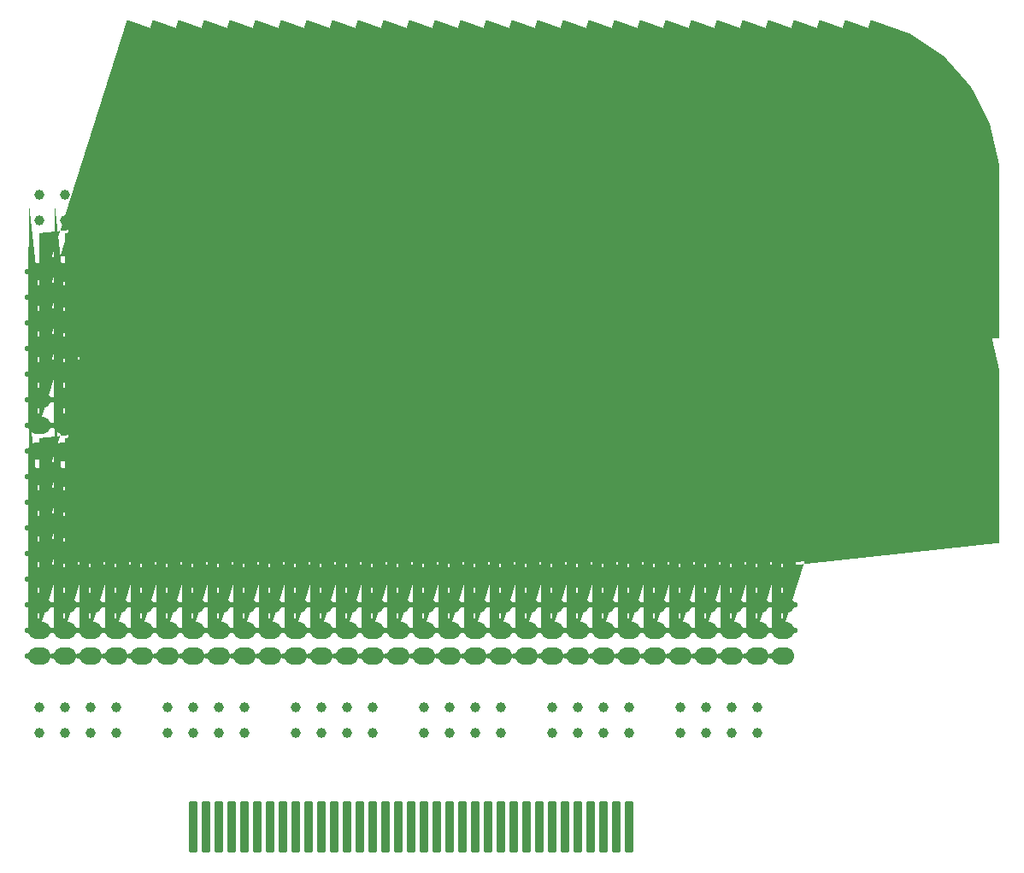
<source format=gbs>
%TF.GenerationSoftware,KiCad,Pcbnew,7.0.7*%
%TF.CreationDate,2024-02-23T14:46:40-08:00*%
%TF.ProjectId,JluxR2protoboard,4a6c7578-5232-4707-926f-746f626f6172,rev?*%
%TF.SameCoordinates,Original*%
%TF.FileFunction,Soldermask,Bot*%
%TF.FilePolarity,Negative*%
%FSLAX46Y46*%
G04 Gerber Fmt 4.6, Leading zero omitted, Abs format (unit mm)*
G04 Created by KiCad (PCBNEW 7.0.7) date 2024-02-23 14:46:40*
%MOMM*%
%LPD*%
G01*
G04 APERTURE LIST*
G04 Aperture macros list*
%AMRoundRect*
0 Rectangle with rounded corners*
0 $1 Rounding radius*
0 $2 $3 $4 $5 $6 $7 $8 $9 X,Y pos of 4 corners*
0 Add a 4 corners polygon primitive as box body*
4,1,4,$2,$3,$4,$5,$6,$7,$8,$9,$2,$3,0*
0 Add four circle primitives for the rounded corners*
1,1,$1+$1,$2,$3*
1,1,$1+$1,$4,$5*
1,1,$1+$1,$6,$7*
1,1,$1+$1,$8,$9*
0 Add four rect primitives between the rounded corners*
20,1,$1+$1,$2,$3,$4,$5,0*
20,1,$1+$1,$4,$5,$6,$7,0*
20,1,$1+$1,$6,$7,$8,$9,0*
20,1,$1+$1,$8,$9,$2,$3,0*%
%AMFreePoly0*
4,1,49,0.250000,0.845344,0.338849,0.845344,0.512664,0.808398,0.675000,0.736122,0.818761,0.631673,0.937664,0.499617,1.026514,0.345726,1.081425,0.176725,1.100000,0.000000,1.081425,-0.176725,1.026514,-0.345726,0.937664,-0.499617,0.818761,-0.631673,0.675000,-0.736122,0.512664,-0.808398,0.338849,-0.845344,0.250000,-0.845344,0.250000,-0.850000,-0.250000,-0.850000,-0.250000,-0.845344,
-0.338849,-0.845344,-0.512664,-0.808398,-0.675000,-0.736122,-0.818761,-0.631673,-0.937664,-0.499617,-1.012030,-0.370812,-1.075001,-0.307840,-1.175960,-0.250000,-1.210000,-0.250000,-1.305671,-0.230970,-1.386777,-0.176777,-1.440970,-0.095671,-1.460000,0.000000,-1.440970,0.095671,-1.386777,0.176777,-1.305671,0.230970,-1.210000,0.250000,-1.175960,0.250000,-1.075001,0.307840,-1.012030,0.370812,
-0.937664,0.499617,-0.818761,0.631673,-0.675000,0.736122,-0.512664,0.808398,-0.338849,0.845344,-0.250000,0.845344,-0.250000,0.850000,0.250000,0.850000,0.250000,0.845344,0.250000,0.845344,$1*%
%AMFreePoly1*
4,1,59,0.250000,0.845344,0.338849,0.845344,0.512664,0.808398,0.675000,0.736122,0.818761,0.631673,0.937664,0.499617,1.012030,0.370812,1.075002,0.307840,1.175960,0.250000,1.210000,0.250000,1.305671,0.230970,1.386777,0.176777,1.440970,0.095671,1.460000,0.000000,1.440970,-0.095671,1.386777,-0.176777,1.305671,-0.230970,1.210000,-0.250000,1.175960,-0.250000,1.075002,-0.307840,
1.012030,-0.370812,0.937664,-0.499617,0.818761,-0.631673,0.675000,-0.736122,0.512664,-0.808398,0.338849,-0.845344,0.250000,-0.845344,0.250000,-0.850000,-0.250000,-0.850000,-0.250000,-0.845344,-0.338849,-0.845344,-0.512664,-0.808398,-0.675000,-0.736122,-0.818761,-0.631673,-0.937664,-0.499617,-1.012030,-0.370812,-1.075001,-0.307840,-1.175960,-0.250000,-1.210000,-0.250000,-1.305671,-0.230970,
-1.386777,-0.176777,-1.440970,-0.095671,-1.460000,0.000000,-1.440970,0.095671,-1.386777,0.176777,-1.305671,0.230970,-1.210000,0.250000,-1.175960,0.250000,-1.075001,0.307840,-1.012030,0.370812,-0.937664,0.499617,-0.818761,0.631673,-0.675000,0.736122,-0.512664,0.808398,-0.338849,0.845344,-0.250000,0.845344,-0.250000,0.850000,0.250000,0.850000,0.250000,0.845344,0.250000,0.845344,
$1*%
G04 Aperture macros list end*
%ADD10FreePoly0,90.000000*%
%ADD11FreePoly1,90.000000*%
%ADD12FreePoly0,270.000000*%
%ADD13C,1.000000*%
%ADD14RoundRect,0.090000X-0.360000X-2.410000X0.360000X-2.410000X0.360000X2.410000X-0.360000X2.410000X0*%
%ADD15RoundRect,0.090000X0.360000X2.410000X-0.360000X2.410000X-0.360000X-2.410000X0.360000X-2.410000X0*%
G04 APERTURE END LIST*
D10*
%TO.C,J1*%
X65151000Y-39461201D03*
D11*
X65151000Y-42001201D03*
X65151000Y-44541201D03*
X65151000Y-47081201D03*
X65151000Y-49621201D03*
X65151000Y-52161201D03*
X65151000Y-54701201D03*
D12*
X65151000Y-57241201D03*
D10*
X67691000Y-39461201D03*
D11*
X67691000Y-42001201D03*
X67691000Y-44541201D03*
X67691000Y-47081201D03*
X67691000Y-49621201D03*
X67691000Y-52161201D03*
X67691000Y-54701201D03*
D12*
X67691000Y-57241201D03*
D10*
X70231000Y-39461201D03*
D11*
X70231000Y-42001201D03*
X70231000Y-44541201D03*
X70231000Y-47081201D03*
X70231000Y-49621201D03*
X70231000Y-52161201D03*
X70231000Y-54701201D03*
D12*
X70231000Y-57241201D03*
D10*
X72771000Y-39461201D03*
D11*
X72771000Y-42001201D03*
X72771000Y-44541201D03*
X72771000Y-47081201D03*
X72771000Y-49621201D03*
X72771000Y-52161201D03*
X72771000Y-54701201D03*
D12*
X72771000Y-57241201D03*
D10*
X75311000Y-39461201D03*
D11*
X75311000Y-42001201D03*
X75311000Y-44541201D03*
X75311000Y-47081201D03*
X75311000Y-49621201D03*
X75311000Y-52161201D03*
X75311000Y-54701201D03*
D12*
X75311000Y-57241201D03*
D10*
X77851000Y-39461201D03*
D11*
X77851000Y-42001201D03*
X77851000Y-44541201D03*
X77851000Y-47081201D03*
X77851000Y-49621201D03*
X77851000Y-52161201D03*
X77851000Y-54701201D03*
D12*
X77851000Y-57241201D03*
D10*
X80391000Y-39461201D03*
D11*
X80391000Y-42001201D03*
X80391000Y-44541201D03*
X80391000Y-47081201D03*
X80391000Y-49621201D03*
X80391000Y-52161201D03*
X80391000Y-54701201D03*
D12*
X80391000Y-57241201D03*
D10*
X82931000Y-39461201D03*
D11*
X82931000Y-42001201D03*
X82931000Y-44541201D03*
X82931000Y-47081201D03*
X82931000Y-49621201D03*
X82931000Y-52161201D03*
X82931000Y-54701201D03*
D12*
X82931000Y-57241201D03*
D10*
X85471000Y-39461201D03*
D11*
X85471000Y-42001201D03*
X85471000Y-44541201D03*
X85471000Y-47081201D03*
X85471000Y-49621201D03*
X85471000Y-52161201D03*
X85471000Y-54701201D03*
D12*
X85471000Y-57241201D03*
D10*
X88011000Y-39461201D03*
D11*
X88011000Y-42001201D03*
X88011000Y-44541201D03*
X88011000Y-47081201D03*
X88011000Y-49621201D03*
X88011000Y-52161201D03*
X88011000Y-54701201D03*
D12*
X88011000Y-57241201D03*
D10*
X90551000Y-39461201D03*
D11*
X90551000Y-42001201D03*
X90551000Y-44541201D03*
X90551000Y-47081201D03*
X90551000Y-49621201D03*
X90551000Y-52161201D03*
X90551000Y-54701201D03*
D12*
X90551000Y-57241201D03*
D10*
X93091000Y-39461201D03*
D11*
X93091000Y-42001201D03*
X93091000Y-44541201D03*
X93091000Y-47081201D03*
X93091000Y-49621201D03*
X93091000Y-52161201D03*
X93091000Y-54701201D03*
D12*
X93091000Y-57241201D03*
D10*
X95631000Y-39461201D03*
D11*
X95631000Y-42001201D03*
X95631000Y-44541201D03*
X95631000Y-47081201D03*
X95631000Y-49621201D03*
X95631000Y-52161201D03*
X95631000Y-54701201D03*
D12*
X95631000Y-57241201D03*
D10*
X98171000Y-39461201D03*
D11*
X98171000Y-42001201D03*
X98171000Y-44541201D03*
X98171000Y-47081201D03*
X98171000Y-49621201D03*
X98171000Y-52161201D03*
X98171000Y-54701201D03*
D12*
X98171000Y-57241201D03*
D10*
X100711000Y-39461201D03*
D11*
X100711000Y-42001201D03*
X100711000Y-44541201D03*
X100711000Y-47081201D03*
X100711000Y-49621201D03*
X100711000Y-52161201D03*
X100711000Y-54701201D03*
D12*
X100711000Y-57241201D03*
D10*
X103251000Y-39461201D03*
D11*
X103251000Y-42001201D03*
X103251000Y-44541201D03*
X103251000Y-47081201D03*
X103251000Y-49621201D03*
X103251000Y-52161201D03*
X103251000Y-54701201D03*
D12*
X103251000Y-57241201D03*
D10*
X105791000Y-39461201D03*
D11*
X105791000Y-42001201D03*
X105791000Y-44541201D03*
X105791000Y-47081201D03*
X105791000Y-49621201D03*
X105791000Y-52161201D03*
X105791000Y-54701201D03*
D12*
X105791000Y-57241201D03*
D10*
X108331000Y-39461201D03*
D11*
X108331000Y-42001201D03*
X108331000Y-44541201D03*
X108331000Y-47081201D03*
X108331000Y-49621201D03*
X108331000Y-52161201D03*
X108331000Y-54701201D03*
D12*
X108331000Y-57241201D03*
D10*
X110871000Y-39461201D03*
D11*
X110871000Y-42001201D03*
X110871000Y-44541201D03*
X110871000Y-47081201D03*
X110871000Y-49621201D03*
X110871000Y-52161201D03*
X110871000Y-54701201D03*
D12*
X110871000Y-57241201D03*
D10*
X113411000Y-39461201D03*
D11*
X113411000Y-42001201D03*
X113411000Y-44541201D03*
X113411000Y-47081201D03*
X113411000Y-49621201D03*
X113411000Y-52161201D03*
X113411000Y-54701201D03*
D12*
X113411000Y-57241201D03*
D10*
X115951000Y-39461201D03*
D11*
X115951000Y-42001201D03*
X115951000Y-44541201D03*
X115951000Y-47081201D03*
X115951000Y-49621201D03*
X115951000Y-52161201D03*
X115951000Y-54701201D03*
D12*
X115951000Y-57241201D03*
D10*
X118491000Y-39461201D03*
D11*
X118491000Y-42001201D03*
X118491000Y-44541201D03*
X118491000Y-47081201D03*
X118491000Y-49621201D03*
X118491000Y-52161201D03*
X118491000Y-54701201D03*
D12*
X118491000Y-57241201D03*
D10*
X121031000Y-39461201D03*
D11*
X121031000Y-42001201D03*
X121031000Y-44541201D03*
X121031000Y-47081201D03*
X121031000Y-49621201D03*
X121031000Y-52161201D03*
X121031000Y-54701201D03*
D12*
X121031000Y-57241201D03*
D10*
X123571000Y-39461201D03*
D11*
X123571000Y-42001201D03*
X123571000Y-44541201D03*
X123571000Y-47081201D03*
X123571000Y-49621201D03*
X123571000Y-52161201D03*
X123571000Y-54701201D03*
D12*
X123571000Y-57241201D03*
D10*
X126111000Y-39461201D03*
D11*
X126111000Y-42001201D03*
X126111000Y-44541201D03*
X126111000Y-47081201D03*
X126111000Y-49621201D03*
X126111000Y-52161201D03*
X126111000Y-54701201D03*
D12*
X126111000Y-57241201D03*
D10*
X128651000Y-39461201D03*
D11*
X128651000Y-42001201D03*
X128651000Y-44541201D03*
X128651000Y-47081201D03*
X128651000Y-49621201D03*
X128651000Y-52161201D03*
X128651000Y-54701201D03*
D12*
X128651000Y-57241201D03*
D10*
X131191000Y-39461201D03*
D11*
X131191000Y-42001201D03*
X131191000Y-44541201D03*
X131191000Y-47081201D03*
X131191000Y-49621201D03*
X131191000Y-52161201D03*
X131191000Y-54701201D03*
D12*
X131191000Y-57241201D03*
D10*
X133731000Y-39461201D03*
D11*
X133731000Y-42001201D03*
X133731000Y-44541201D03*
X133731000Y-47081201D03*
X133731000Y-49621201D03*
X133731000Y-52161201D03*
X133731000Y-54701201D03*
D12*
X133731000Y-57241201D03*
D10*
X136271000Y-39461201D03*
D11*
X136271000Y-42001201D03*
X136271000Y-44541201D03*
X136271000Y-47081201D03*
X136271000Y-49621201D03*
X136271000Y-52161201D03*
X136271000Y-54701201D03*
D12*
X136271000Y-57241201D03*
D10*
X138811000Y-39461201D03*
D11*
X138811000Y-42001201D03*
X138811000Y-44541201D03*
X138811000Y-47081201D03*
X138811000Y-49621201D03*
X138811000Y-52161201D03*
X138811000Y-54701201D03*
D12*
X138811000Y-57241201D03*
%TD*%
D10*
%TO.C,J2*%
X65151000Y-59781201D03*
D11*
X65151000Y-62321201D03*
X65151000Y-64861201D03*
X65151000Y-67401201D03*
X65151000Y-69941201D03*
X65151000Y-72481201D03*
X65151000Y-75021201D03*
D12*
X65151000Y-77561201D03*
D10*
X67691000Y-59781201D03*
D11*
X67691000Y-62321201D03*
X67691000Y-64861201D03*
X67691000Y-67401201D03*
X67691000Y-69941201D03*
X67691000Y-72481201D03*
X67691000Y-75021201D03*
D12*
X67691000Y-77561201D03*
D10*
X70231000Y-59781201D03*
D11*
X70231000Y-62321201D03*
X70231000Y-64861201D03*
X70231000Y-67401201D03*
X70231000Y-69941201D03*
X70231000Y-72481201D03*
X70231000Y-75021201D03*
D12*
X70231000Y-77561201D03*
D10*
X72771000Y-59781201D03*
D11*
X72771000Y-62321201D03*
X72771000Y-64861201D03*
X72771000Y-67401201D03*
X72771000Y-69941201D03*
X72771000Y-72481201D03*
X72771000Y-75021201D03*
D12*
X72771000Y-77561201D03*
D10*
X75311000Y-59781201D03*
D11*
X75311000Y-62321201D03*
X75311000Y-64861201D03*
X75311000Y-67401201D03*
X75311000Y-69941201D03*
X75311000Y-72481201D03*
X75311000Y-75021201D03*
D12*
X75311000Y-77561201D03*
D10*
X77851000Y-59781201D03*
D11*
X77851000Y-62321201D03*
X77851000Y-64861201D03*
X77851000Y-67401201D03*
X77851000Y-69941201D03*
X77851000Y-72481201D03*
X77851000Y-75021201D03*
D12*
X77851000Y-77561201D03*
D10*
X80391000Y-59781201D03*
D11*
X80391000Y-62321201D03*
X80391000Y-64861201D03*
X80391000Y-67401201D03*
X80391000Y-69941201D03*
X80391000Y-72481201D03*
X80391000Y-75021201D03*
D12*
X80391000Y-77561201D03*
D10*
X82931000Y-59781201D03*
D11*
X82931000Y-62321201D03*
X82931000Y-64861201D03*
X82931000Y-67401201D03*
X82931000Y-69941201D03*
X82931000Y-72481201D03*
X82931000Y-75021201D03*
D12*
X82931000Y-77561201D03*
D10*
X85471000Y-59781201D03*
D11*
X85471000Y-62321201D03*
X85471000Y-64861201D03*
X85471000Y-67401201D03*
X85471000Y-69941201D03*
X85471000Y-72481201D03*
X85471000Y-75021201D03*
D12*
X85471000Y-77561201D03*
D10*
X88011000Y-59781201D03*
D11*
X88011000Y-62321201D03*
X88011000Y-64861201D03*
X88011000Y-67401201D03*
X88011000Y-69941201D03*
X88011000Y-72481201D03*
X88011000Y-75021201D03*
D12*
X88011000Y-77561201D03*
D10*
X90551000Y-59781201D03*
D11*
X90551000Y-62321201D03*
X90551000Y-64861201D03*
X90551000Y-67401201D03*
X90551000Y-69941201D03*
X90551000Y-72481201D03*
X90551000Y-75021201D03*
D12*
X90551000Y-77561201D03*
D10*
X93091000Y-59781201D03*
D11*
X93091000Y-62321201D03*
X93091000Y-64861201D03*
X93091000Y-67401201D03*
X93091000Y-69941201D03*
X93091000Y-72481201D03*
X93091000Y-75021201D03*
D12*
X93091000Y-77561201D03*
D10*
X95631000Y-59781201D03*
D11*
X95631000Y-62321201D03*
X95631000Y-64861201D03*
X95631000Y-67401201D03*
X95631000Y-69941201D03*
X95631000Y-72481201D03*
X95631000Y-75021201D03*
D12*
X95631000Y-77561201D03*
D10*
X98171000Y-59781201D03*
D11*
X98171000Y-62321201D03*
X98171000Y-64861201D03*
X98171000Y-67401201D03*
X98171000Y-69941201D03*
X98171000Y-72481201D03*
X98171000Y-75021201D03*
D12*
X98171000Y-77561201D03*
D10*
X100711000Y-59781201D03*
D11*
X100711000Y-62321201D03*
X100711000Y-64861201D03*
X100711000Y-67401201D03*
X100711000Y-69941201D03*
X100711000Y-72481201D03*
X100711000Y-75021201D03*
D12*
X100711000Y-77561201D03*
D10*
X103251000Y-59781201D03*
D11*
X103251000Y-62321201D03*
X103251000Y-64861201D03*
X103251000Y-67401201D03*
X103251000Y-69941201D03*
X103251000Y-72481201D03*
X103251000Y-75021201D03*
D12*
X103251000Y-77561201D03*
D10*
X105791000Y-59781201D03*
D11*
X105791000Y-62321201D03*
X105791000Y-64861201D03*
X105791000Y-67401201D03*
X105791000Y-69941201D03*
X105791000Y-72481201D03*
X105791000Y-75021201D03*
D12*
X105791000Y-77561201D03*
D10*
X108331000Y-59781201D03*
D11*
X108331000Y-62321201D03*
X108331000Y-64861201D03*
X108331000Y-67401201D03*
X108331000Y-69941201D03*
X108331000Y-72481201D03*
X108331000Y-75021201D03*
D12*
X108331000Y-77561201D03*
D10*
X110871000Y-59781201D03*
D11*
X110871000Y-62321201D03*
X110871000Y-64861201D03*
X110871000Y-67401201D03*
X110871000Y-69941201D03*
X110871000Y-72481201D03*
X110871000Y-75021201D03*
D12*
X110871000Y-77561201D03*
D10*
X113411000Y-59781201D03*
D11*
X113411000Y-62321201D03*
X113411000Y-64861201D03*
X113411000Y-67401201D03*
X113411000Y-69941201D03*
X113411000Y-72481201D03*
X113411000Y-75021201D03*
D12*
X113411000Y-77561201D03*
D10*
X115951000Y-59781201D03*
D11*
X115951000Y-62321201D03*
X115951000Y-64861201D03*
X115951000Y-67401201D03*
X115951000Y-69941201D03*
X115951000Y-72481201D03*
X115951000Y-75021201D03*
D12*
X115951000Y-77561201D03*
D10*
X118491000Y-59781201D03*
D11*
X118491000Y-62321201D03*
X118491000Y-64861201D03*
X118491000Y-67401201D03*
X118491000Y-69941201D03*
X118491000Y-72481201D03*
X118491000Y-75021201D03*
D12*
X118491000Y-77561201D03*
D10*
X121031000Y-59781201D03*
D11*
X121031000Y-62321201D03*
X121031000Y-64861201D03*
X121031000Y-67401201D03*
X121031000Y-69941201D03*
X121031000Y-72481201D03*
X121031000Y-75021201D03*
D12*
X121031000Y-77561201D03*
D10*
X123571000Y-59781201D03*
D11*
X123571000Y-62321201D03*
X123571000Y-64861201D03*
X123571000Y-67401201D03*
X123571000Y-69941201D03*
X123571000Y-72481201D03*
X123571000Y-75021201D03*
D12*
X123571000Y-77561201D03*
D10*
X126111000Y-59781201D03*
D11*
X126111000Y-62321201D03*
X126111000Y-64861201D03*
X126111000Y-67401201D03*
X126111000Y-69941201D03*
X126111000Y-72481201D03*
X126111000Y-75021201D03*
D12*
X126111000Y-77561201D03*
D10*
X128651000Y-59781201D03*
D11*
X128651000Y-62321201D03*
X128651000Y-64861201D03*
X128651000Y-67401201D03*
X128651000Y-69941201D03*
X128651000Y-72481201D03*
X128651000Y-75021201D03*
D12*
X128651000Y-77561201D03*
D10*
X131191000Y-59781201D03*
D11*
X131191000Y-62321201D03*
X131191000Y-64861201D03*
X131191000Y-67401201D03*
X131191000Y-69941201D03*
X131191000Y-72481201D03*
X131191000Y-75021201D03*
D12*
X131191000Y-77561201D03*
D10*
X133731000Y-59781201D03*
D11*
X133731000Y-62321201D03*
X133731000Y-64861201D03*
X133731000Y-67401201D03*
X133731000Y-69941201D03*
X133731000Y-72481201D03*
X133731000Y-75021201D03*
D12*
X133731000Y-77561201D03*
D10*
X136271000Y-59781201D03*
D11*
X136271000Y-62321201D03*
X136271000Y-64861201D03*
X136271000Y-67401201D03*
X136271000Y-69941201D03*
X136271000Y-72481201D03*
X136271000Y-75021201D03*
D12*
X136271000Y-77561201D03*
D10*
X138811000Y-59781201D03*
D11*
X138811000Y-62321201D03*
X138811000Y-64861201D03*
X138811000Y-67401201D03*
X138811000Y-69941201D03*
X138811000Y-72481201D03*
X138811000Y-75021201D03*
D12*
X138811000Y-77561201D03*
%TD*%
D13*
%TO.C,TP24*%
X65151000Y-31826200D03*
X67691000Y-31826200D03*
X70231000Y-31826200D03*
X72771000Y-31826200D03*
X77851000Y-31826200D03*
X80391000Y-31826200D03*
X82931000Y-31826200D03*
X85471000Y-31826200D03*
X90551000Y-31826200D03*
X93091000Y-31826200D03*
X95631000Y-31826200D03*
X98171000Y-31826200D03*
X103251000Y-31826200D03*
X105791000Y-31826200D03*
X108331000Y-31826200D03*
X110871000Y-31826200D03*
X115951000Y-31826200D03*
X118491000Y-31826200D03*
X121031000Y-31826200D03*
X123571000Y-31826200D03*
X128651000Y-31826200D03*
X131191000Y-31826200D03*
X133731000Y-31826200D03*
X136271000Y-31826200D03*
%TD*%
%TO.C,TP26*%
X65151000Y-34366200D03*
X67691000Y-34366200D03*
X70231000Y-34366200D03*
X72771000Y-34366200D03*
X77851000Y-34366200D03*
X80391000Y-34366200D03*
X82931000Y-34366200D03*
X85471000Y-34366200D03*
X90551000Y-34366200D03*
X93091000Y-34366200D03*
X95631000Y-34366200D03*
X98171000Y-34366200D03*
X103251000Y-34366200D03*
X105791000Y-34366200D03*
X108331000Y-34366200D03*
X110871000Y-34366200D03*
X115951000Y-34366200D03*
X118491000Y-34366200D03*
X121031000Y-34366200D03*
X123571000Y-34366200D03*
X128651000Y-34366200D03*
X131191000Y-34366200D03*
X133731000Y-34366200D03*
X136271000Y-34366200D03*
%TD*%
%TO.C,TP28*%
X65151000Y-82626200D03*
X67691000Y-82626200D03*
X70231000Y-82626200D03*
X72771000Y-82626200D03*
X77851000Y-82626200D03*
X80391000Y-82626200D03*
X82931000Y-82626200D03*
X85471000Y-82626200D03*
X90551000Y-82626200D03*
X93091000Y-82626200D03*
X95631000Y-82626200D03*
X98171000Y-82626200D03*
X103251000Y-82626200D03*
X105791000Y-82626200D03*
X108331000Y-82626200D03*
X110871000Y-82626200D03*
X115951000Y-82626200D03*
X118491000Y-82626200D03*
X121031000Y-82626200D03*
X123571000Y-82626200D03*
X128651000Y-82626200D03*
X131191000Y-82626200D03*
X133731000Y-82626200D03*
X136271000Y-82626200D03*
%TD*%
%TO.C,TP30*%
X65151000Y-85166200D03*
X67691000Y-85166200D03*
X70231000Y-85166200D03*
X72771000Y-85166200D03*
X77851000Y-85166200D03*
X80391000Y-85166200D03*
X82931000Y-85166200D03*
X85471000Y-85166200D03*
X90551000Y-85166200D03*
X93091000Y-85166200D03*
X95631000Y-85166200D03*
X98171000Y-85166200D03*
X103251000Y-85166200D03*
X105791000Y-85166200D03*
X108331000Y-85166200D03*
X110871000Y-85166200D03*
X115951000Y-85166200D03*
X118491000Y-85166200D03*
X121031000Y-85166200D03*
X123571000Y-85166200D03*
X128651000Y-85166200D03*
X131191000Y-85166200D03*
X133731000Y-85166200D03*
X136271000Y-85166200D03*
%TD*%
D14*
%TO.C,J11*%
X84175600Y-22453600D03*
X85445600Y-22453600D03*
X86715600Y-22453600D03*
X87985600Y-22453600D03*
X89255600Y-22453600D03*
X90525600Y-22453600D03*
X91795600Y-22453600D03*
X93065600Y-22453600D03*
X94335600Y-22453600D03*
X95605600Y-22453600D03*
X96875600Y-22453600D03*
X98145600Y-22453600D03*
X99415600Y-22453600D03*
X100685600Y-22453600D03*
X101955600Y-22453600D03*
X103225600Y-22453600D03*
X104495600Y-22453600D03*
X105765600Y-22453600D03*
X107035600Y-22453600D03*
X108305600Y-22453600D03*
X109575600Y-22453600D03*
X110845600Y-22453600D03*
X112115600Y-22453600D03*
X113385600Y-22453600D03*
X114655600Y-22453600D03*
X115925600Y-22453600D03*
X117195600Y-22453600D03*
X118465600Y-22453600D03*
X119735600Y-22453600D03*
X121005600Y-22453600D03*
X122275600Y-22453600D03*
X123545600Y-22453600D03*
X80365600Y-22453600D03*
X81635600Y-22453600D03*
X82905600Y-22453600D03*
%TD*%
D15*
%TO.C,J12*%
X84201000Y-94488000D03*
X85471000Y-94488000D03*
X86741000Y-94488000D03*
X88011000Y-94488000D03*
X89281000Y-94488000D03*
X90551000Y-94488000D03*
X91821000Y-94488000D03*
X93091000Y-94488000D03*
X94361000Y-94488000D03*
X95631000Y-94488000D03*
X96901000Y-94488000D03*
X98171000Y-94488000D03*
X99441000Y-94488000D03*
X100711000Y-94488000D03*
X101981000Y-94488000D03*
X103251000Y-94488000D03*
X104521000Y-94488000D03*
X105791000Y-94488000D03*
X107061000Y-94488000D03*
X108331000Y-94488000D03*
X109601000Y-94488000D03*
X110871000Y-94488000D03*
X112141000Y-94488000D03*
X113411000Y-94488000D03*
X114681000Y-94488000D03*
X115951000Y-94488000D03*
X117221000Y-94488000D03*
X118491000Y-94488000D03*
X119761000Y-94488000D03*
X121031000Y-94488000D03*
X122301000Y-94488000D03*
X123571000Y-94488000D03*
X80391000Y-94488000D03*
X81661000Y-94488000D03*
X82931000Y-94488000D03*
%TD*%
M02*

</source>
